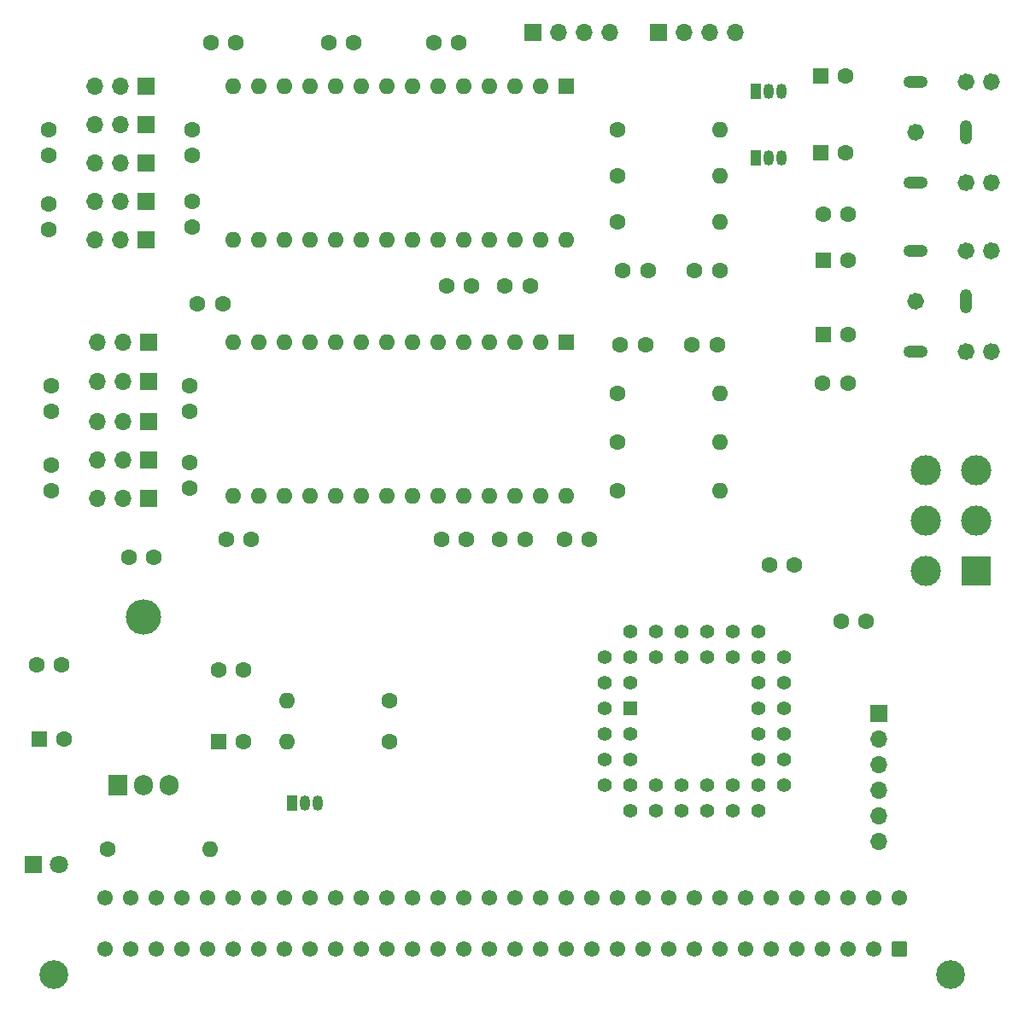
<source format=gbs>
G04 #@! TF.GenerationSoftware,KiCad,Pcbnew,7.0.8*
G04 #@! TF.CreationDate,2024-01-05T15:28:00+00:00*
G04 #@! TF.ProjectId,AudioSID,41756469-6f53-4494-942e-6b696361645f,rev?*
G04 #@! TF.SameCoordinates,Original*
G04 #@! TF.FileFunction,Soldermask,Bot*
G04 #@! TF.FilePolarity,Negative*
%FSLAX46Y46*%
G04 Gerber Fmt 4.6, Leading zero omitted, Abs format (unit mm)*
G04 Created by KiCad (PCBNEW 7.0.8) date 2024-01-05 15:28:00*
%MOMM*%
%LPD*%
G01*
G04 APERTURE LIST*
G04 Aperture macros list*
%AMRoundRect*
0 Rectangle with rounded corners*
0 $1 Rounding radius*
0 $2 $3 $4 $5 $6 $7 $8 $9 X,Y pos of 4 corners*
0 Add a 4 corners polygon primitive as box body*
4,1,4,$2,$3,$4,$5,$6,$7,$8,$9,$2,$3,0*
0 Add four circle primitives for the rounded corners*
1,1,$1+$1,$2,$3*
1,1,$1+$1,$4,$5*
1,1,$1+$1,$6,$7*
1,1,$1+$1,$8,$9*
0 Add four rect primitives between the rounded corners*
20,1,$1+$1,$2,$3,$4,$5,0*
20,1,$1+$1,$4,$5,$6,$7,0*
20,1,$1+$1,$6,$7,$8,$9,0*
20,1,$1+$1,$8,$9,$2,$3,0*%
G04 Aperture macros list end*
%ADD10C,0.854000*%
%ADD11C,2.850000*%
%ADD12RoundRect,0.249999X0.525001X0.525001X-0.525001X0.525001X-0.525001X-0.525001X0.525001X-0.525001X0*%
%ADD13C,1.550000*%
%ADD14R,1.700000X1.700000*%
%ADD15O,1.700000X1.700000*%
%ADD16C,1.600000*%
%ADD17O,1.600000X1.600000*%
%ADD18R,1.600000X1.600000*%
%ADD19C,1.200000*%
%ADD20O,1.208000X2.416000*%
%ADD21O,2.416000X1.208000*%
%ADD22R,1.050000X1.500000*%
%ADD23O,1.050000X1.500000*%
%ADD24R,3.000000X3.000000*%
%ADD25C,3.000000*%
%ADD26R,1.422400X1.422400*%
%ADD27C,1.422400*%
%ADD28O,3.500000X3.500000*%
%ADD29R,1.905000X2.000000*%
%ADD30O,1.905000X2.000000*%
%ADD31R,1.800000X1.800000*%
%ADD32C,1.800000*%
G04 APERTURE END LIST*
D10*
X198253000Y-85518000D02*
G75*
G03*
X198253000Y-85518000I-427000J0D01*
G01*
X198253000Y-75518000D02*
G75*
G03*
X198253000Y-75518000I-427000J0D01*
G01*
X195753000Y-85518000D02*
G75*
G03*
X195753000Y-85518000I-427000J0D01*
G01*
X195753000Y-75518000D02*
G75*
G03*
X195753000Y-75518000I-427000J0D01*
G01*
X190753000Y-80518000D02*
G75*
G03*
X190753000Y-80518000I-427000J0D01*
G01*
X198253000Y-68754000D02*
G75*
G03*
X198253000Y-68754000I-427000J0D01*
G01*
X198253000Y-58754000D02*
G75*
G03*
X198253000Y-58754000I-427000J0D01*
G01*
X195753000Y-68754000D02*
G75*
G03*
X195753000Y-68754000I-427000J0D01*
G01*
X195753000Y-58754000D02*
G75*
G03*
X195753000Y-58754000I-427000J0D01*
G01*
X190753000Y-63754000D02*
G75*
G03*
X190753000Y-63754000I-427000J0D01*
G01*
D11*
X193802000Y-147320000D03*
X104902000Y-147320000D03*
D12*
X188722000Y-144780000D03*
D13*
X186182000Y-144780000D03*
X183642000Y-144780000D03*
X181102000Y-144780000D03*
X178562000Y-144780000D03*
X176022000Y-144780000D03*
X173482000Y-144780000D03*
X170942000Y-144780000D03*
X168402000Y-144780000D03*
X165862000Y-144780000D03*
X163322000Y-144780000D03*
X160782000Y-144780000D03*
X158242000Y-144780000D03*
X155702000Y-144780000D03*
X153162000Y-144780000D03*
X150622000Y-144780000D03*
X148082000Y-144780000D03*
X145542000Y-144780000D03*
X143002000Y-144780000D03*
X140462000Y-144780000D03*
X137922000Y-144780000D03*
X135382000Y-144780000D03*
X132842000Y-144780000D03*
X130302000Y-144780000D03*
X127762000Y-144780000D03*
X125222000Y-144780000D03*
X122682000Y-144780000D03*
X120142000Y-144780000D03*
X117602000Y-144780000D03*
X115062000Y-144780000D03*
X112522000Y-144780000D03*
X109982000Y-144780000D03*
X188722000Y-139700000D03*
X186182000Y-139700000D03*
X183642000Y-139700000D03*
X181102000Y-139700000D03*
X178562000Y-139700000D03*
X176022000Y-139700000D03*
X173482000Y-139700000D03*
X170942000Y-139700000D03*
X168402000Y-139700000D03*
X165862000Y-139700000D03*
X163322000Y-139700000D03*
X160782000Y-139700000D03*
X158242000Y-139700000D03*
X155702000Y-139700000D03*
X153162000Y-139700000D03*
X150622000Y-139700000D03*
X148082000Y-139700000D03*
X145542000Y-139700000D03*
X143002000Y-139700000D03*
X140462000Y-139700000D03*
X137922000Y-139700000D03*
X135382000Y-139700000D03*
X132842000Y-139700000D03*
X130302000Y-139700000D03*
X127762000Y-139700000D03*
X125222000Y-139700000D03*
X122682000Y-139700000D03*
X120142000Y-139700000D03*
X117602000Y-139700000D03*
X115062000Y-139700000D03*
X112522000Y-139700000D03*
X109982000Y-139700000D03*
D14*
X164846000Y-53848000D03*
D15*
X167386000Y-53848000D03*
X169926000Y-53848000D03*
X172466000Y-53848000D03*
D14*
X114310000Y-84587000D03*
D15*
X111770000Y-84587000D03*
X109230000Y-84587000D03*
D16*
X160782000Y-68072000D03*
D17*
X170942000Y-68072000D03*
D16*
X160782000Y-63514000D03*
D17*
X170942000Y-63514000D03*
D14*
X152410000Y-53848000D03*
D15*
X154950000Y-53848000D03*
X157490000Y-53848000D03*
X160030000Y-53848000D03*
D16*
X121960000Y-104140000D03*
X124460000Y-104140000D03*
D14*
X114031000Y-74422000D03*
D15*
X111491000Y-74422000D03*
X108951000Y-74422000D03*
D14*
X114285000Y-100076000D03*
D15*
X111745000Y-100076000D03*
X109205000Y-100076000D03*
D14*
X114046000Y-70612000D03*
D15*
X111506000Y-70612000D03*
X108966000Y-70612000D03*
D18*
X181142000Y-76454000D03*
D16*
X183642000Y-76454000D03*
D18*
X180888000Y-58166000D03*
D16*
X183388000Y-58166000D03*
X118603000Y-63540000D03*
X118603000Y-66040000D03*
D19*
X197826000Y-85518000D03*
X197826000Y-75518000D03*
X195326000Y-85518000D03*
X195326000Y-75518000D03*
X190326000Y-80518000D03*
D20*
X195326000Y-80518000D03*
D21*
X190326000Y-75518000D03*
X190326000Y-85518000D03*
D18*
X181142000Y-83820000D03*
D16*
X183642000Y-83820000D03*
D14*
X114031000Y-59182000D03*
D15*
X111491000Y-59182000D03*
X108951000Y-59182000D03*
D22*
X174498000Y-66294000D03*
D23*
X175768000Y-66294000D03*
X177038000Y-66294000D03*
D22*
X174498000Y-59690000D03*
D23*
X175768000Y-59690000D03*
X177038000Y-59690000D03*
D14*
X114285000Y-96266000D03*
D15*
X111745000Y-96266000D03*
X109205000Y-96266000D03*
D19*
X197826000Y-68754000D03*
X197826000Y-58754000D03*
X195326000Y-68754000D03*
X195326000Y-58754000D03*
X190326000Y-63754000D03*
D20*
X195326000Y-63754000D03*
D21*
X190326000Y-58754000D03*
X190326000Y-68754000D03*
D24*
X196342000Y-107282000D03*
D25*
X196342000Y-102282000D03*
X196342000Y-97282000D03*
X191342000Y-107282000D03*
X191342000Y-102282000D03*
X191342000Y-97282000D03*
D18*
X180888000Y-65786000D03*
D16*
X183388000Y-65786000D03*
D26*
X162052000Y-120904000D03*
D27*
X159512000Y-123444000D03*
X162052000Y-123444000D03*
X159512000Y-125984000D03*
X162052000Y-125984000D03*
X159512000Y-128524000D03*
X162052000Y-131064000D03*
X162052000Y-128524000D03*
X164592000Y-131064000D03*
X164592000Y-128524000D03*
X167132000Y-131064000D03*
X167132000Y-128524000D03*
X169672000Y-131064000D03*
X169672000Y-128524000D03*
X172212000Y-131064000D03*
X172212000Y-128524000D03*
X174752000Y-131064000D03*
X177292000Y-128524000D03*
X174752000Y-128524000D03*
X177292000Y-125984000D03*
X174752000Y-125984000D03*
X177292000Y-123444000D03*
X174752000Y-123444000D03*
X177292000Y-120904000D03*
X174752000Y-120904000D03*
X177292000Y-118364000D03*
X174752000Y-118364000D03*
X177292000Y-115824000D03*
X174752000Y-113284000D03*
X174752000Y-115824000D03*
X172212000Y-113284000D03*
X172212000Y-115824000D03*
X169672000Y-113284000D03*
X169672000Y-115824000D03*
X167132000Y-113284000D03*
X167132000Y-115824000D03*
X164592000Y-113284000D03*
X164592000Y-115824000D03*
X162052000Y-113284000D03*
X159512000Y-115824000D03*
X162052000Y-115824000D03*
X159512000Y-118364000D03*
X162052000Y-118364000D03*
X159512000Y-120904000D03*
D16*
X138176000Y-124206000D03*
D17*
X128016000Y-124206000D03*
D28*
X113792000Y-111864000D03*
D29*
X111252000Y-128524000D03*
D30*
X113792000Y-128524000D03*
X116332000Y-128524000D03*
D16*
X110236000Y-134874000D03*
D17*
X120396000Y-134874000D03*
D16*
X121198000Y-117094000D03*
X123698000Y-117094000D03*
X104633000Y-96814000D03*
X104633000Y-99314000D03*
X175808000Y-106680000D03*
X178308000Y-106680000D03*
X104379000Y-70906000D03*
X104379000Y-73406000D03*
D31*
X102870000Y-136398000D03*
D32*
X105410000Y-136398000D03*
D16*
X160782000Y-72658000D03*
D17*
X170942000Y-72658000D03*
D16*
X155508000Y-104140000D03*
X158008000Y-104140000D03*
X160762000Y-94488000D03*
D17*
X170922000Y-94488000D03*
D16*
X118603000Y-70652000D03*
X118603000Y-73152000D03*
D18*
X103418000Y-123952000D03*
D16*
X105918000Y-123952000D03*
D18*
X121198000Y-124206000D03*
D16*
X123698000Y-124206000D03*
X104633000Y-88940000D03*
X104633000Y-91440000D03*
X103164000Y-116586000D03*
X105664000Y-116586000D03*
D18*
X155702000Y-84582000D03*
D17*
X153162000Y-84582000D03*
X150622000Y-84582000D03*
X148082000Y-84582000D03*
X145542000Y-84582000D03*
X143002000Y-84582000D03*
X140462000Y-84582000D03*
X137922000Y-84582000D03*
X135382000Y-84582000D03*
X132842000Y-84582000D03*
X130302000Y-84582000D03*
X127762000Y-84582000D03*
X125222000Y-84582000D03*
X122682000Y-84582000D03*
X122682000Y-99822000D03*
X125222000Y-99822000D03*
X127762000Y-99822000D03*
X130302000Y-99822000D03*
X132842000Y-99822000D03*
X135382000Y-99822000D03*
X137922000Y-99822000D03*
X140462000Y-99822000D03*
X143002000Y-99822000D03*
X145542000Y-99822000D03*
X148082000Y-99822000D03*
X150622000Y-99822000D03*
X153162000Y-99822000D03*
X155702000Y-99822000D03*
D16*
X161056000Y-84850000D03*
X163556000Y-84850000D03*
D18*
X155702000Y-59182000D03*
D17*
X153162000Y-59182000D03*
X150622000Y-59182000D03*
X148082000Y-59182000D03*
X145542000Y-59182000D03*
X143002000Y-59182000D03*
X140462000Y-59182000D03*
X137922000Y-59182000D03*
X135382000Y-59182000D03*
X132842000Y-59182000D03*
X130302000Y-59182000D03*
X127762000Y-59182000D03*
X125222000Y-59182000D03*
X122682000Y-59182000D03*
X122682000Y-74422000D03*
X125222000Y-74422000D03*
X127762000Y-74422000D03*
X130302000Y-74422000D03*
X132842000Y-74422000D03*
X135382000Y-74422000D03*
X137922000Y-74422000D03*
X140462000Y-74422000D03*
X143002000Y-74422000D03*
X145542000Y-74422000D03*
X148082000Y-74422000D03*
X150622000Y-74422000D03*
X153162000Y-74422000D03*
X155702000Y-74422000D03*
D14*
X114031000Y-62992000D03*
D15*
X111491000Y-62992000D03*
X108951000Y-62992000D03*
D16*
X163790000Y-77484000D03*
X161290000Y-77484000D03*
X118349000Y-88940000D03*
X118349000Y-91440000D03*
X112308000Y-105918000D03*
X114808000Y-105918000D03*
X142534000Y-54864000D03*
X145034000Y-54864000D03*
X160762000Y-99328000D03*
D17*
X170922000Y-99328000D03*
D16*
X143296000Y-104140000D03*
X145796000Y-104140000D03*
X120436000Y-54864000D03*
X122936000Y-54864000D03*
D22*
X128524000Y-130302000D03*
D23*
X129794000Y-130302000D03*
X131064000Y-130302000D03*
D16*
X118349000Y-96560000D03*
X118349000Y-99060000D03*
X143804000Y-78994000D03*
X146304000Y-78994000D03*
D14*
X114285000Y-92456000D03*
D15*
X111745000Y-92456000D03*
X109205000Y-92456000D03*
D16*
X183622000Y-88646000D03*
X181122000Y-88646000D03*
X149098000Y-104140000D03*
X151598000Y-104140000D03*
D14*
X114285000Y-88454000D03*
D15*
X111745000Y-88454000D03*
X109205000Y-88454000D03*
D16*
X182920000Y-112268000D03*
X185420000Y-112268000D03*
X149626000Y-78994000D03*
X152126000Y-78994000D03*
X132120000Y-54864000D03*
X134620000Y-54864000D03*
D14*
X114046000Y-66802000D03*
D15*
X111506000Y-66802000D03*
X108966000Y-66802000D03*
D16*
X160762000Y-89676000D03*
D17*
X170922000Y-89676000D03*
D14*
X186690000Y-121412000D03*
D15*
X186690000Y-123952000D03*
X186690000Y-126492000D03*
X186690000Y-129032000D03*
X186690000Y-131572000D03*
X186690000Y-134112000D03*
D16*
X168148000Y-84836000D03*
X170648000Y-84836000D03*
X104379000Y-63540000D03*
X104379000Y-66040000D03*
X138176000Y-120142000D03*
D17*
X128016000Y-120142000D03*
D16*
X181162000Y-71882000D03*
X183662000Y-71882000D03*
X170902000Y-77484000D03*
X168402000Y-77484000D03*
X119126000Y-80772000D03*
X121626000Y-80772000D03*
M02*

</source>
